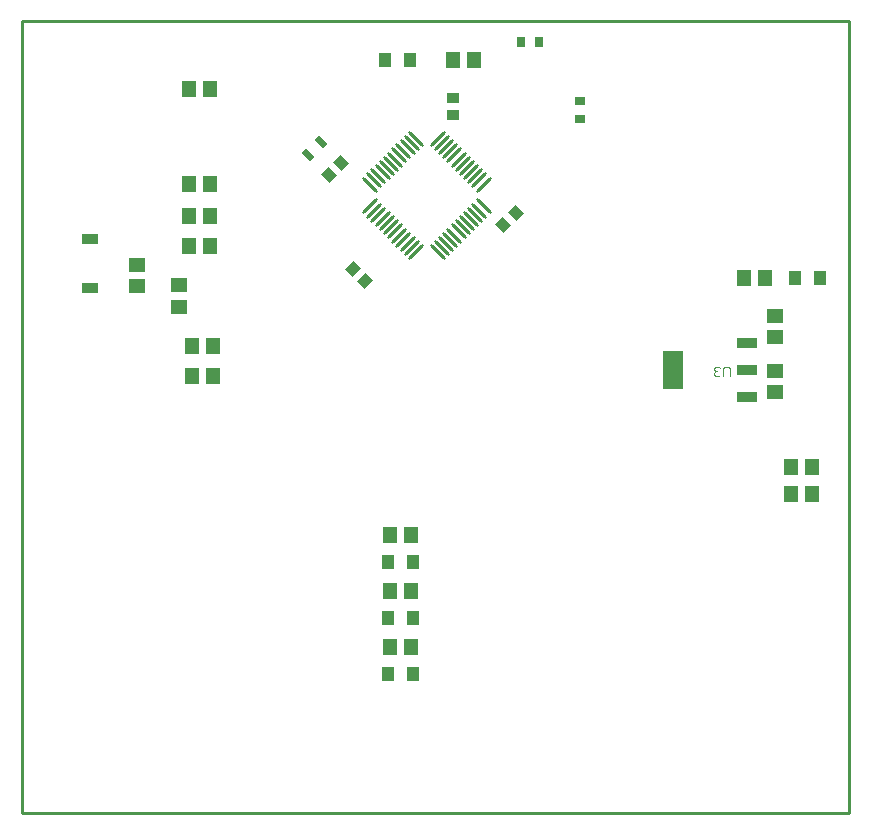
<source format=gtp>
G04*
G04 #@! TF.GenerationSoftware,Altium Limited,Altium Designer,19.1.8 (144)*
G04*
G04 Layer_Color=8421504*
%FSLAX25Y25*%
%MOIN*%
G70*
G01*
G75*
%ADD13C,0.01000*%
%ADD14C,0.00394*%
%ADD15R,0.03543X0.02756*%
%ADD16R,0.02756X0.03543*%
G04:AMPARAMS|DCode=17|XSize=11.81mil|YSize=70.87mil|CornerRadius=0mil|HoleSize=0mil|Usage=FLASHONLY|Rotation=135.000|XOffset=0mil|YOffset=0mil|HoleType=Round|Shape=Round|*
%AMOVALD17*
21,1,0.05906,0.01181,0.00000,0.00000,225.0*
1,1,0.01181,0.02088,0.02088*
1,1,0.01181,-0.02088,-0.02088*
%
%ADD17OVALD17*%

G04:AMPARAMS|DCode=18|XSize=11.81mil|YSize=70.87mil|CornerRadius=0mil|HoleSize=0mil|Usage=FLASHONLY|Rotation=45.000|XOffset=0mil|YOffset=0mil|HoleType=Round|Shape=Round|*
%AMOVALD18*
21,1,0.05906,0.01181,0.00000,0.00000,135.0*
1,1,0.01181,0.02088,-0.02088*
1,1,0.01181,-0.02088,0.02088*
%
%ADD18OVALD18*%

%ADD19R,0.05512X0.03740*%
%ADD20R,0.04724X0.05512*%
G04:AMPARAMS|DCode=21|XSize=41.34mil|YSize=37.4mil|CornerRadius=0mil|HoleSize=0mil|Usage=FLASHONLY|Rotation=315.000|XOffset=0mil|YOffset=0mil|HoleType=Round|Shape=Rectangle|*
%AMROTATEDRECTD21*
4,1,4,-0.02784,0.00139,-0.00139,0.02784,0.02784,-0.00139,0.00139,-0.02784,-0.02784,0.00139,0.0*
%
%ADD21ROTATEDRECTD21*%

G04:AMPARAMS|DCode=22|XSize=41.34mil|YSize=21.65mil|CornerRadius=0mil|HoleSize=0mil|Usage=FLASHONLY|Rotation=315.000|XOffset=0mil|YOffset=0mil|HoleType=Round|Shape=Rectangle|*
%AMROTATEDRECTD22*
4,1,4,-0.02227,0.00696,-0.00696,0.02227,0.02227,-0.00696,0.00696,-0.02227,-0.02227,0.00696,0.0*
%
%ADD22ROTATEDRECTD22*%

G04:AMPARAMS|DCode=23|XSize=41.34mil|YSize=37.4mil|CornerRadius=0mil|HoleSize=0mil|Usage=FLASHONLY|Rotation=225.000|XOffset=0mil|YOffset=0mil|HoleType=Round|Shape=Rectangle|*
%AMROTATEDRECTD23*
4,1,4,0.00139,0.02784,0.02784,0.00139,-0.00139,-0.02784,-0.02784,-0.00139,0.00139,0.02784,0.0*
%
%ADD23ROTATEDRECTD23*%

%ADD24R,0.04134X0.03740*%
%ADD25R,0.05512X0.04724*%
%ADD26R,0.04331X0.04724*%
G04:AMPARAMS|DCode=27|XSize=125.98mil|YSize=68.9mil|CornerRadius=2.07mil|HoleSize=0mil|Usage=FLASHONLY|Rotation=270.000|XOffset=0mil|YOffset=0mil|HoleType=Round|Shape=RoundedRectangle|*
%AMROUNDEDRECTD27*
21,1,0.12598,0.06476,0,0,270.0*
21,1,0.12185,0.06890,0,0,270.0*
1,1,0.00413,-0.03238,-0.06093*
1,1,0.00413,-0.03238,0.06093*
1,1,0.00413,0.03238,0.06093*
1,1,0.00413,0.03238,-0.06093*
%
%ADD27ROUNDEDRECTD27*%
G04:AMPARAMS|DCode=28|XSize=35.43mil|YSize=68.9mil|CornerRadius=1.95mil|HoleSize=0mil|Usage=FLASHONLY|Rotation=270.000|XOffset=0mil|YOffset=0mil|HoleType=Round|Shape=RoundedRectangle|*
%AMROUNDEDRECTD28*
21,1,0.03543,0.06500,0,0,270.0*
21,1,0.03154,0.06890,0,0,270.0*
1,1,0.00390,-0.03250,-0.01577*
1,1,0.00390,-0.03250,0.01577*
1,1,0.00390,0.03250,0.01577*
1,1,0.00390,0.03250,-0.01577*
%
%ADD28ROUNDEDRECTD28*%
D13*
X-984Y0D02*
X0D01*
X-984Y263779D02*
X-984Y0D01*
X-984Y263779D02*
X274606D01*
Y0D02*
Y263779D01*
X0Y0D02*
X274606D01*
D14*
X234846Y145489D02*
Y148113D01*
X234322Y148638D01*
X233272D01*
X232747Y148113D01*
Y145489D01*
X231698Y146014D02*
X231173Y145489D01*
X230124D01*
X229599Y146014D01*
Y146539D01*
X230124Y147064D01*
X230648D01*
X230124D01*
X229599Y147588D01*
Y148113D01*
X230124Y148638D01*
X231173D01*
X231698Y148113D01*
D15*
X185039Y231299D02*
D03*
Y237205D02*
D03*
D16*
X165354Y256890D02*
D03*
X171260D02*
D03*
D17*
X114928Y202090D02*
D03*
X116320Y200698D02*
D03*
X117712Y199306D02*
D03*
X119104Y197914D02*
D03*
X120496Y196522D02*
D03*
X121888Y195130D02*
D03*
X123280Y193738D02*
D03*
X124671Y192346D02*
D03*
X126063Y190954D02*
D03*
X127455Y189562D02*
D03*
X128847Y188170D02*
D03*
X130239Y186778D02*
D03*
X152789Y209328D02*
D03*
X151397Y210720D02*
D03*
X150005Y212112D02*
D03*
X148613Y213504D02*
D03*
X147221Y214896D02*
D03*
X145829Y216287D02*
D03*
X144437Y217679D02*
D03*
X143045Y219071D02*
D03*
X141653Y220463D02*
D03*
X140261Y221855D02*
D03*
X138869Y223247D02*
D03*
X137477Y224639D02*
D03*
D18*
Y186778D02*
D03*
X138869Y188170D02*
D03*
X140261Y189562D02*
D03*
X141653Y190954D02*
D03*
X143045Y192346D02*
D03*
X144437Y193738D02*
D03*
X145829Y195130D02*
D03*
X147221Y196522D02*
D03*
X148613Y197914D02*
D03*
X150005Y199306D02*
D03*
X151397Y200698D02*
D03*
X152789Y202090D02*
D03*
X130239Y224639D02*
D03*
X128847Y223247D02*
D03*
X127455Y221855D02*
D03*
X126063Y220463D02*
D03*
X124671Y219071D02*
D03*
X123280Y217679D02*
D03*
X121888Y216287D02*
D03*
X120496Y214896D02*
D03*
X119104Y213504D02*
D03*
X117712Y212112D02*
D03*
X116320Y210720D02*
D03*
X114928Y209328D02*
D03*
D19*
X21654Y191240D02*
D03*
Y174902D02*
D03*
D20*
X55512Y155512D02*
D03*
X62598D02*
D03*
X55512Y145669D02*
D03*
X62598D02*
D03*
X61614Y241142D02*
D03*
X54528D02*
D03*
X61614Y209646D02*
D03*
X54528D02*
D03*
X54528Y198819D02*
D03*
X61614D02*
D03*
X54528Y188976D02*
D03*
X61614D02*
D03*
X142520Y250984D02*
D03*
X149606D02*
D03*
X246654Y178150D02*
D03*
X239567D02*
D03*
X262402Y115157D02*
D03*
X255315D02*
D03*
X262402Y106299D02*
D03*
X255315D02*
D03*
X128543Y92520D02*
D03*
X121457D02*
D03*
X128543Y73819D02*
D03*
X121457D02*
D03*
X128543Y55118D02*
D03*
X121457D02*
D03*
D21*
X163436Y199853D02*
D03*
X159399Y195816D02*
D03*
X101278Y212499D02*
D03*
X105315Y216535D02*
D03*
D22*
X98704Y223704D02*
D03*
X94110Y219110D02*
D03*
D23*
X113239Y177116D02*
D03*
X109202Y181152D02*
D03*
D24*
X142717Y238091D02*
D03*
Y232382D02*
D03*
D25*
X250000Y147244D02*
D03*
Y140157D02*
D03*
X250000Y158465D02*
D03*
Y165551D02*
D03*
X51181Y175787D02*
D03*
Y168701D02*
D03*
X37402Y182677D02*
D03*
Y175591D02*
D03*
D26*
X128150Y250984D02*
D03*
X119882D02*
D03*
X256693Y178150D02*
D03*
X264961D02*
D03*
X129134Y83661D02*
D03*
X120866D02*
D03*
X129134Y64961D02*
D03*
X120866D02*
D03*
X129134Y46260D02*
D03*
X120866D02*
D03*
D27*
X216043Y147638D02*
D03*
D28*
X240650Y156693D02*
D03*
Y147638D02*
D03*
Y138583D02*
D03*
M02*

</source>
